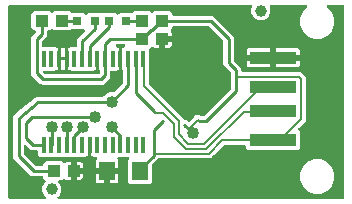
<source format=gbr>
G04 EAGLE Gerber X2 export*
%TF.Part,Single*%
%TF.FileFunction,Copper,L1,Top,Mixed*%
%TF.FilePolarity,Positive*%
%TF.GenerationSoftware,Autodesk,EAGLE,9.1.0*%
%TF.CreationDate,2018-08-24T06:17:03Z*%
G75*
%MOMM*%
%FSLAX34Y34*%
%LPD*%
%AMOC8*
5,1,8,0,0,1.08239X$1,22.5*%
G01*
%ADD10R,1.100000X1.000000*%
%ADD11R,1.400000X1.600000*%
%ADD12R,0.348000X1.397000*%
%ADD13R,0.800000X0.800000*%
%ADD14C,1.000000*%
%ADD15R,4.000000X1.120000*%
%ADD16C,1.016000*%
%ADD17C,0.254000*%
%ADD18C,0.203200*%

G36*
X34712Y4082D02*
X34712Y4082D01*
X34851Y4095D01*
X34870Y4102D01*
X34890Y4105D01*
X35019Y4156D01*
X35150Y4203D01*
X35167Y4214D01*
X35186Y4222D01*
X35298Y4303D01*
X35413Y4381D01*
X35427Y4397D01*
X35443Y4408D01*
X35532Y4516D01*
X35624Y4620D01*
X35633Y4638D01*
X35646Y4653D01*
X35705Y4779D01*
X35768Y4903D01*
X35773Y4923D01*
X35781Y4941D01*
X35807Y5078D01*
X35838Y5213D01*
X35837Y5234D01*
X35841Y5253D01*
X35832Y5392D01*
X35828Y5531D01*
X35823Y5551D01*
X35821Y5571D01*
X35779Y5703D01*
X35740Y5837D01*
X35730Y5854D01*
X35723Y5873D01*
X35649Y5991D01*
X35578Y6111D01*
X35560Y6132D01*
X35553Y6142D01*
X35538Y6156D01*
X35472Y6231D01*
X33817Y7887D01*
X32591Y10845D01*
X32591Y14047D01*
X33817Y17005D01*
X35222Y18411D01*
X35295Y18505D01*
X35374Y18594D01*
X35393Y18630D01*
X35417Y18662D01*
X35465Y18772D01*
X35519Y18878D01*
X35528Y18917D01*
X35544Y18954D01*
X35562Y19072D01*
X35588Y19188D01*
X35587Y19228D01*
X35594Y19268D01*
X35582Y19387D01*
X35579Y19506D01*
X35568Y19545D01*
X35564Y19585D01*
X35523Y19697D01*
X35490Y19811D01*
X35470Y19846D01*
X35456Y19884D01*
X35389Y19983D01*
X35329Y20085D01*
X35289Y20130D01*
X35278Y20147D01*
X35262Y20161D01*
X35222Y20206D01*
X33751Y21677D01*
X33751Y22352D01*
X33736Y22470D01*
X33729Y22589D01*
X33716Y22627D01*
X33711Y22668D01*
X33668Y22778D01*
X33631Y22891D01*
X33609Y22926D01*
X33594Y22963D01*
X33525Y23059D01*
X33461Y23160D01*
X33431Y23188D01*
X33408Y23221D01*
X33316Y23297D01*
X33229Y23378D01*
X33194Y23398D01*
X33163Y23423D01*
X33055Y23474D01*
X32951Y23532D01*
X32911Y23542D01*
X32875Y23559D01*
X32758Y23581D01*
X32643Y23611D01*
X32583Y23615D01*
X32563Y23619D01*
X32542Y23617D01*
X32482Y23621D01*
X23611Y23621D01*
X8381Y38851D01*
X8381Y71050D01*
X8377Y71082D01*
X8380Y71114D01*
X8357Y71239D01*
X8341Y71366D01*
X8330Y71395D01*
X8324Y71427D01*
X8271Y71543D01*
X8224Y71661D01*
X8213Y71676D01*
X8374Y73187D01*
X8374Y73204D01*
X8381Y73321D01*
X8381Y74852D01*
X8445Y74934D01*
X8457Y74963D01*
X8476Y74989D01*
X8520Y75109D01*
X8571Y75225D01*
X8574Y75244D01*
X9756Y76198D01*
X9767Y76211D01*
X9856Y76288D01*
X10938Y77371D01*
X11041Y77384D01*
X11070Y77395D01*
X11102Y77401D01*
X11218Y77454D01*
X11336Y77501D01*
X11362Y77519D01*
X11391Y77533D01*
X11523Y77626D01*
X26266Y89533D01*
X26278Y89546D01*
X26366Y89623D01*
X27448Y90706D01*
X27551Y90719D01*
X27580Y90730D01*
X27612Y90736D01*
X27728Y90789D01*
X27846Y90836D01*
X27861Y90847D01*
X29372Y90686D01*
X29389Y90686D01*
X29506Y90679D01*
X83737Y90679D01*
X83835Y90691D01*
X83934Y90694D01*
X83993Y90711D01*
X84053Y90719D01*
X84145Y90755D01*
X84240Y90783D01*
X84292Y90813D01*
X84348Y90836D01*
X84428Y90894D01*
X84514Y90944D01*
X84589Y91010D01*
X84606Y91022D01*
X84614Y91032D01*
X84635Y91050D01*
X86835Y93251D01*
X89823Y94489D01*
X92935Y94489D01*
X93034Y94501D01*
X93133Y94504D01*
X93191Y94521D01*
X93251Y94529D01*
X93343Y94565D01*
X93438Y94593D01*
X93490Y94623D01*
X93547Y94646D01*
X93627Y94704D01*
X93712Y94754D01*
X93787Y94820D01*
X93804Y94832D01*
X93812Y94842D01*
X93833Y94860D01*
X100760Y101787D01*
X100820Y101865D01*
X100888Y101938D01*
X100917Y101991D01*
X100954Y102038D01*
X100994Y102129D01*
X101042Y102216D01*
X101057Y102275D01*
X101081Y102330D01*
X101096Y102428D01*
X101121Y102524D01*
X101127Y102624D01*
X101131Y102644D01*
X101129Y102657D01*
X101131Y102685D01*
X101131Y112125D01*
X101116Y112243D01*
X101109Y112362D01*
X101096Y112400D01*
X101091Y112441D01*
X101048Y112551D01*
X101011Y112664D01*
X100989Y112699D01*
X100974Y112736D01*
X100905Y112832D01*
X100841Y112933D01*
X100811Y112961D01*
X100788Y112994D01*
X100696Y113070D01*
X100609Y113151D01*
X100574Y113171D01*
X100543Y113196D01*
X100435Y113247D01*
X100331Y113305D01*
X100291Y113315D01*
X100255Y113332D01*
X100219Y113339D01*
X100219Y122920D01*
X100219Y132446D01*
X101024Y132446D01*
X101038Y132442D01*
X101143Y132428D01*
X101246Y132405D01*
X101300Y132406D01*
X101353Y132399D01*
X101458Y132411D01*
X101564Y132414D01*
X101615Y132429D01*
X101669Y132435D01*
X101768Y132473D01*
X101869Y132503D01*
X101916Y132530D01*
X101966Y132549D01*
X102052Y132610D01*
X102143Y132664D01*
X102207Y132721D01*
X102225Y132733D01*
X102235Y132745D01*
X102264Y132771D01*
X102708Y133215D01*
X102793Y133324D01*
X102882Y133431D01*
X102890Y133450D01*
X102903Y133466D01*
X102958Y133594D01*
X103017Y133719D01*
X103021Y133739D01*
X103029Y133758D01*
X103051Y133896D01*
X103077Y134032D01*
X103076Y134052D01*
X103079Y134072D01*
X103066Y134211D01*
X103057Y134349D01*
X103051Y134368D01*
X103049Y134388D01*
X103002Y134520D01*
X102959Y134651D01*
X102949Y134669D01*
X102942Y134688D01*
X102864Y134803D01*
X102789Y134920D01*
X102774Y134934D01*
X102763Y134951D01*
X102659Y135043D01*
X102558Y135138D01*
X102540Y135148D01*
X102525Y135161D01*
X102401Y135224D01*
X102279Y135292D01*
X102260Y135297D01*
X102241Y135306D01*
X102106Y135336D01*
X101971Y135371D01*
X101943Y135373D01*
X101931Y135376D01*
X101911Y135375D01*
X101810Y135381D01*
X96090Y135381D01*
X95952Y135364D01*
X95813Y135351D01*
X95794Y135344D01*
X95774Y135341D01*
X95645Y135290D01*
X95514Y135243D01*
X95497Y135232D01*
X95478Y135224D01*
X95366Y135143D01*
X95251Y135065D01*
X95237Y135049D01*
X95221Y135038D01*
X95132Y134930D01*
X95040Y134826D01*
X95031Y134808D01*
X95018Y134793D01*
X94959Y134667D01*
X94896Y134543D01*
X94891Y134523D01*
X94883Y134505D01*
X94857Y134369D01*
X94826Y134233D01*
X94827Y134212D01*
X94823Y134193D01*
X94831Y134054D01*
X94836Y133915D01*
X94841Y133895D01*
X94843Y133875D01*
X94886Y133743D01*
X94924Y133609D01*
X94934Y133592D01*
X94941Y133573D01*
X95015Y133455D01*
X95086Y133335D01*
X95104Y133314D01*
X95111Y133304D01*
X95126Y133290D01*
X95192Y133215D01*
X95636Y132771D01*
X95720Y132706D01*
X95797Y132634D01*
X95845Y132609D01*
X95887Y132576D01*
X95984Y132534D01*
X96078Y132484D01*
X96130Y132471D01*
X96179Y132449D01*
X96284Y132433D01*
X96386Y132407D01*
X96440Y132408D01*
X96493Y132399D01*
X96599Y132409D01*
X96704Y132410D01*
X96788Y132427D01*
X96810Y132429D01*
X96825Y132435D01*
X96862Y132442D01*
X96876Y132446D01*
X97681Y132446D01*
X97681Y122920D01*
X97681Y113394D01*
X96876Y113394D01*
X96862Y113398D01*
X96757Y113412D01*
X96654Y113435D01*
X96600Y113434D01*
X96547Y113441D01*
X96442Y113429D01*
X96336Y113426D01*
X96285Y113411D01*
X96231Y113405D01*
X96132Y113367D01*
X96031Y113337D01*
X95984Y113310D01*
X95934Y113291D01*
X95848Y113230D01*
X95757Y113176D01*
X95693Y113119D01*
X95675Y113107D01*
X95665Y113095D01*
X95636Y113069D01*
X95453Y112886D01*
X91538Y112886D01*
X91420Y112871D01*
X91301Y112864D01*
X91263Y112851D01*
X91222Y112846D01*
X91112Y112803D01*
X90999Y112766D01*
X90964Y112744D01*
X90927Y112729D01*
X90831Y112660D01*
X90730Y112596D01*
X90702Y112566D01*
X90669Y112543D01*
X90593Y112451D01*
X90512Y112364D01*
X90492Y112329D01*
X90467Y112298D01*
X90416Y112190D01*
X90358Y112086D01*
X90348Y112046D01*
X90331Y112010D01*
X90309Y111893D01*
X90279Y111778D01*
X90275Y111718D01*
X90271Y111698D01*
X90273Y111677D01*
X90269Y111617D01*
X90269Y107021D01*
X87240Y103993D01*
X84339Y101091D01*
X31231Y101091D01*
X26523Y105800D01*
X23621Y108701D01*
X23621Y141489D01*
X26523Y144390D01*
X26857Y144725D01*
X26942Y144834D01*
X27031Y144941D01*
X27039Y144960D01*
X27052Y144976D01*
X27107Y145104D01*
X27166Y145229D01*
X27170Y145249D01*
X27178Y145268D01*
X27200Y145406D01*
X27226Y145542D01*
X27225Y145562D01*
X27228Y145582D01*
X27215Y145721D01*
X27206Y145859D01*
X27200Y145878D01*
X27198Y145898D01*
X27151Y146030D01*
X27108Y146161D01*
X27098Y146179D01*
X27091Y146198D01*
X27013Y146313D01*
X26938Y146430D01*
X26923Y146444D01*
X26912Y146461D01*
X26808Y146553D01*
X26707Y146648D01*
X26689Y146658D01*
X26674Y146671D01*
X26550Y146734D01*
X26428Y146802D01*
X26408Y146807D01*
X26390Y146816D01*
X26255Y146846D01*
X26120Y146881D01*
X26092Y146883D01*
X26080Y146886D01*
X26060Y146885D01*
X25959Y146891D01*
X25377Y146891D01*
X23591Y148677D01*
X23591Y161203D01*
X25377Y162989D01*
X38903Y162989D01*
X39743Y162149D01*
X39837Y162076D01*
X39926Y161997D01*
X39962Y161979D01*
X39994Y161954D01*
X40103Y161907D01*
X40209Y161853D01*
X40248Y161844D01*
X40286Y161828D01*
X40403Y161809D01*
X40519Y161783D01*
X40560Y161784D01*
X40600Y161778D01*
X40718Y161789D01*
X40837Y161793D01*
X40876Y161804D01*
X40916Y161808D01*
X41028Y161848D01*
X41143Y161881D01*
X41178Y161902D01*
X41216Y161915D01*
X41314Y161982D01*
X41417Y162043D01*
X41462Y162082D01*
X41479Y162094D01*
X41492Y162109D01*
X41538Y162149D01*
X42377Y162989D01*
X55903Y162989D01*
X56531Y162360D01*
X56609Y162300D01*
X56681Y162232D01*
X56734Y162203D01*
X56782Y162166D01*
X56873Y162126D01*
X56960Y162078D01*
X57019Y162063D01*
X57074Y162039D01*
X57172Y162024D01*
X57268Y161999D01*
X57368Y161993D01*
X57388Y161989D01*
X57401Y161991D01*
X57429Y161989D01*
X67613Y161989D01*
X68953Y160649D01*
X69047Y160576D01*
X69136Y160497D01*
X69172Y160479D01*
X69204Y160454D01*
X69313Y160407D01*
X69419Y160353D01*
X69458Y160344D01*
X69496Y160328D01*
X69613Y160309D01*
X69729Y160283D01*
X69770Y160284D01*
X69810Y160278D01*
X69928Y160289D01*
X70047Y160293D01*
X70086Y160304D01*
X70126Y160308D01*
X70238Y160348D01*
X70353Y160381D01*
X70388Y160402D01*
X70426Y160415D01*
X70524Y160482D01*
X70627Y160543D01*
X70672Y160582D01*
X70689Y160594D01*
X70702Y160609D01*
X70748Y160649D01*
X72087Y161989D01*
X82856Y161989D01*
X82948Y161974D01*
X83064Y161948D01*
X83105Y161949D01*
X83144Y161943D01*
X83263Y161954D01*
X83382Y161958D01*
X83421Y161969D01*
X83461Y161973D01*
X83506Y161989D01*
X94283Y161989D01*
X95622Y160649D01*
X95717Y160576D01*
X95806Y160497D01*
X95842Y160479D01*
X95874Y160454D01*
X95983Y160407D01*
X96089Y160353D01*
X96128Y160344D01*
X96166Y160328D01*
X96283Y160309D01*
X96399Y160283D01*
X96440Y160284D01*
X96480Y160278D01*
X96598Y160289D01*
X96717Y160293D01*
X96756Y160304D01*
X96796Y160308D01*
X96909Y160348D01*
X97023Y160381D01*
X97057Y160402D01*
X97096Y160415D01*
X97194Y160482D01*
X97297Y160543D01*
X97342Y160583D01*
X97359Y160594D01*
X97372Y160609D01*
X97417Y160649D01*
X98757Y161989D01*
X108941Y161989D01*
X109040Y162001D01*
X109139Y162004D01*
X109197Y162021D01*
X109257Y162029D01*
X109349Y162065D01*
X109444Y162093D01*
X109496Y162123D01*
X109553Y162146D01*
X109633Y162204D01*
X109718Y162254D01*
X109793Y162320D01*
X109810Y162332D01*
X109818Y162342D01*
X109839Y162360D01*
X110467Y162989D01*
X123993Y162989D01*
X124833Y162149D01*
X124927Y162076D01*
X125016Y161997D01*
X125052Y161979D01*
X125084Y161954D01*
X125193Y161907D01*
X125299Y161853D01*
X125338Y161844D01*
X125376Y161828D01*
X125493Y161809D01*
X125609Y161783D01*
X125650Y161784D01*
X125690Y161778D01*
X125808Y161789D01*
X125927Y161793D01*
X125966Y161804D01*
X126006Y161808D01*
X126118Y161848D01*
X126233Y161881D01*
X126268Y161902D01*
X126306Y161915D01*
X126404Y161982D01*
X126507Y162043D01*
X126552Y162082D01*
X126569Y162094D01*
X126582Y162109D01*
X126628Y162149D01*
X127467Y162989D01*
X140993Y162989D01*
X142779Y161203D01*
X142779Y160528D01*
X142794Y160410D01*
X142801Y160291D01*
X142814Y160253D01*
X142819Y160212D01*
X142862Y160102D01*
X142899Y159989D01*
X142921Y159954D01*
X142936Y159917D01*
X143005Y159821D01*
X143069Y159720D01*
X143099Y159692D01*
X143122Y159659D01*
X143214Y159583D01*
X143301Y159502D01*
X143336Y159482D01*
X143367Y159457D01*
X143475Y159406D01*
X143579Y159348D01*
X143619Y159338D01*
X143655Y159321D01*
X143772Y159299D01*
X143887Y159269D01*
X143947Y159265D01*
X143967Y159261D01*
X143988Y159263D01*
X144048Y159259D01*
X177049Y159259D01*
X194819Y141489D01*
X194819Y121695D01*
X194831Y121596D01*
X194834Y121497D01*
X194851Y121439D01*
X194859Y121379D01*
X194895Y121287D01*
X194923Y121192D01*
X194953Y121140D01*
X194976Y121083D01*
X195034Y121003D01*
X195084Y120918D01*
X195150Y120843D01*
X195162Y120826D01*
X195172Y120818D01*
X195190Y120797D01*
X198267Y117720D01*
X201169Y114819D01*
X201169Y113030D01*
X201184Y112912D01*
X201191Y112793D01*
X201204Y112755D01*
X201209Y112714D01*
X201252Y112604D01*
X201289Y112491D01*
X201311Y112456D01*
X201326Y112419D01*
X201395Y112323D01*
X201459Y112222D01*
X201489Y112194D01*
X201512Y112161D01*
X201604Y112085D01*
X201691Y112004D01*
X201726Y111984D01*
X201757Y111959D01*
X201865Y111908D01*
X201969Y111850D01*
X202009Y111840D01*
X202045Y111823D01*
X202162Y111801D01*
X202277Y111771D01*
X202337Y111767D01*
X202357Y111763D01*
X202378Y111765D01*
X202438Y111761D01*
X251620Y111761D01*
X256033Y107348D01*
X256033Y70452D01*
X249743Y64163D01*
X249670Y64069D01*
X249592Y63980D01*
X249573Y63944D01*
X249549Y63912D01*
X249501Y63802D01*
X249447Y63697D01*
X249438Y63657D01*
X249422Y63620D01*
X249403Y63502D01*
X249377Y63386D01*
X249379Y63346D01*
X249372Y63306D01*
X249383Y63187D01*
X249387Y63068D01*
X249398Y63029D01*
X249402Y62989D01*
X249442Y62877D01*
X249476Y62763D01*
X249496Y62728D01*
X249510Y62690D01*
X249577Y62591D01*
X249637Y62489D01*
X249677Y62444D01*
X249688Y62427D01*
X249704Y62413D01*
X249743Y62368D01*
X251349Y60763D01*
X251349Y47037D01*
X249563Y45251D01*
X207037Y45251D01*
X205251Y47037D01*
X205251Y48514D01*
X205236Y48632D01*
X205229Y48751D01*
X205216Y48789D01*
X205211Y48830D01*
X205168Y48940D01*
X205131Y49053D01*
X205109Y49088D01*
X205094Y49125D01*
X205025Y49221D01*
X204961Y49322D01*
X204931Y49350D01*
X204908Y49383D01*
X204816Y49459D01*
X204729Y49540D01*
X204694Y49560D01*
X204663Y49585D01*
X204555Y49636D01*
X204451Y49694D01*
X204411Y49704D01*
X204375Y49721D01*
X204258Y49743D01*
X204143Y49773D01*
X204083Y49777D01*
X204063Y49781D01*
X204042Y49779D01*
X203982Y49783D01*
X187121Y49783D01*
X187023Y49771D01*
X186924Y49768D01*
X186866Y49751D01*
X186806Y49743D01*
X186714Y49707D01*
X186619Y49679D01*
X186567Y49649D01*
X186510Y49626D01*
X186430Y49568D01*
X186345Y49518D01*
X186269Y49452D01*
X186253Y49440D01*
X186245Y49430D01*
X186224Y49412D01*
X175420Y38607D01*
X131601Y38607D01*
X131502Y38595D01*
X131403Y38592D01*
X131345Y38575D01*
X131285Y38567D01*
X131193Y38531D01*
X131098Y38503D01*
X131046Y38473D01*
X130989Y38450D01*
X130909Y38392D01*
X130824Y38342D01*
X130749Y38276D01*
X130732Y38264D01*
X130724Y38254D01*
X130703Y38236D01*
X128417Y35950D01*
X126020Y33553D01*
X125960Y33475D01*
X125892Y33403D01*
X125863Y33350D01*
X125826Y33302D01*
X125786Y33211D01*
X125738Y33124D01*
X125723Y33065D01*
X125699Y33010D01*
X125684Y32912D01*
X125659Y32816D01*
X125653Y32716D01*
X125649Y32696D01*
X125651Y32683D01*
X125649Y32655D01*
X125649Y18677D01*
X123863Y16891D01*
X107337Y16891D01*
X105551Y18677D01*
X105551Y37203D01*
X105948Y37600D01*
X106033Y37709D01*
X106122Y37816D01*
X106130Y37835D01*
X106143Y37851D01*
X106198Y37979D01*
X106257Y38104D01*
X106261Y38124D01*
X106269Y38143D01*
X106291Y38281D01*
X106317Y38417D01*
X106316Y38437D01*
X106319Y38457D01*
X106306Y38596D01*
X106297Y38734D01*
X106291Y38753D01*
X106289Y38773D01*
X106242Y38904D01*
X106199Y39036D01*
X106189Y39054D01*
X106182Y39073D01*
X106104Y39187D01*
X106029Y39305D01*
X106014Y39319D01*
X106003Y39336D01*
X105899Y39428D01*
X105798Y39523D01*
X105780Y39533D01*
X105765Y39546D01*
X105641Y39609D01*
X105519Y39677D01*
X105500Y39682D01*
X105481Y39691D01*
X105346Y39721D01*
X105211Y39756D01*
X105183Y39758D01*
X105171Y39761D01*
X105151Y39760D01*
X105050Y39766D01*
X97431Y39766D01*
X97293Y39749D01*
X97155Y39736D01*
X97136Y39729D01*
X97116Y39726D01*
X96987Y39675D01*
X96855Y39628D01*
X96839Y39617D01*
X96820Y39609D01*
X96708Y39528D01*
X96592Y39450D01*
X96579Y39434D01*
X96563Y39423D01*
X96474Y39315D01*
X96382Y39211D01*
X96373Y39193D01*
X96360Y39178D01*
X96300Y39052D01*
X96237Y38928D01*
X96233Y38908D01*
X96224Y38890D01*
X96198Y38753D01*
X96168Y38618D01*
X96168Y38597D01*
X96164Y38578D01*
X96173Y38439D01*
X96177Y38300D01*
X96183Y38280D01*
X96184Y38260D01*
X96227Y38128D01*
X96266Y37994D01*
X96276Y37977D01*
X96282Y37958D01*
X96357Y37840D01*
X96427Y37720D01*
X96446Y37699D01*
X96452Y37689D01*
X96467Y37675D01*
X96534Y37599D01*
X96633Y37500D01*
X96968Y36921D01*
X97141Y36274D01*
X97141Y30479D01*
X88870Y30479D01*
X88752Y30464D01*
X88633Y30457D01*
X88595Y30444D01*
X88555Y30439D01*
X88444Y30395D01*
X88331Y30359D01*
X88296Y30337D01*
X88259Y30322D01*
X88163Y30252D01*
X88062Y30189D01*
X88034Y30159D01*
X88002Y30135D01*
X87926Y30044D01*
X87844Y29957D01*
X87825Y29922D01*
X87799Y29890D01*
X87748Y29783D01*
X87691Y29679D01*
X87680Y29639D01*
X87663Y29603D01*
X87641Y29486D01*
X87611Y29371D01*
X87607Y29310D01*
X87603Y29290D01*
X87605Y29270D01*
X87601Y29210D01*
X87601Y27939D01*
X87599Y27939D01*
X87599Y29210D01*
X87584Y29328D01*
X87577Y29447D01*
X87564Y29485D01*
X87559Y29525D01*
X87515Y29636D01*
X87479Y29749D01*
X87457Y29784D01*
X87442Y29821D01*
X87372Y29917D01*
X87309Y30018D01*
X87279Y30046D01*
X87255Y30078D01*
X87164Y30154D01*
X87077Y30236D01*
X87042Y30255D01*
X87010Y30281D01*
X86903Y30332D01*
X86799Y30389D01*
X86759Y30400D01*
X86723Y30417D01*
X86606Y30439D01*
X86491Y30469D01*
X86430Y30473D01*
X86410Y30477D01*
X86390Y30475D01*
X86330Y30479D01*
X78059Y30479D01*
X78059Y36274D01*
X78232Y36921D01*
X78567Y37500D01*
X78666Y37599D01*
X78751Y37709D01*
X78840Y37816D01*
X78849Y37835D01*
X78861Y37851D01*
X78917Y37978D01*
X78976Y38104D01*
X78980Y38124D01*
X78988Y38143D01*
X79010Y38280D01*
X79036Y38417D01*
X79034Y38437D01*
X79038Y38457D01*
X79025Y38595D01*
X79016Y38734D01*
X79010Y38753D01*
X79008Y38773D01*
X78961Y38904D01*
X78918Y39036D01*
X78907Y39054D01*
X78900Y39073D01*
X78822Y39187D01*
X78748Y39305D01*
X78733Y39319D01*
X78722Y39336D01*
X78618Y39427D01*
X78516Y39523D01*
X78498Y39533D01*
X78483Y39546D01*
X78359Y39609D01*
X78238Y39677D01*
X78218Y39682D01*
X78200Y39691D01*
X78064Y39721D01*
X77930Y39756D01*
X77902Y39758D01*
X77890Y39761D01*
X77869Y39760D01*
X77769Y39766D01*
X76447Y39766D01*
X76264Y39949D01*
X76180Y40014D01*
X76103Y40086D01*
X76055Y40111D01*
X76013Y40144D01*
X75916Y40186D01*
X75823Y40236D01*
X75770Y40249D01*
X75721Y40271D01*
X75616Y40287D01*
X75514Y40313D01*
X75460Y40312D01*
X75407Y40321D01*
X75301Y40311D01*
X75196Y40310D01*
X75112Y40293D01*
X75090Y40291D01*
X75075Y40285D01*
X75038Y40278D01*
X75025Y40274D01*
X74219Y40274D01*
X74219Y49800D01*
X74204Y49918D01*
X74197Y50037D01*
X74185Y50075D01*
X74180Y50115D01*
X74136Y50226D01*
X74099Y50339D01*
X74077Y50373D01*
X74063Y50411D01*
X73993Y50507D01*
X73929Y50608D01*
X73899Y50636D01*
X73876Y50668D01*
X73784Y50744D01*
X73697Y50826D01*
X73662Y50845D01*
X73631Y50871D01*
X73523Y50922D01*
X73419Y50979D01*
X73380Y50989D01*
X73343Y51007D01*
X73226Y51029D01*
X73111Y51059D01*
X73051Y51063D01*
X73031Y51066D01*
X73030Y51066D01*
X73010Y51065D01*
X72950Y51069D01*
X72832Y51054D01*
X72713Y51047D01*
X72674Y51034D01*
X72634Y51029D01*
X72524Y50985D01*
X72410Y50949D01*
X72376Y50927D01*
X72339Y50912D01*
X72242Y50842D01*
X72142Y50778D01*
X72114Y50749D01*
X72081Y50725D01*
X72005Y50633D01*
X71924Y50547D01*
X71904Y50511D01*
X71878Y50480D01*
X71828Y50373D01*
X71770Y50268D01*
X71760Y50229D01*
X71743Y50193D01*
X71721Y50076D01*
X71691Y49960D01*
X71687Y49900D01*
X71683Y49880D01*
X71684Y49860D01*
X71681Y49800D01*
X71681Y40274D01*
X70875Y40274D01*
X70862Y40278D01*
X70757Y40292D01*
X70654Y40315D01*
X70600Y40314D01*
X70547Y40321D01*
X70442Y40309D01*
X70336Y40306D01*
X70285Y40291D01*
X70231Y40285D01*
X70132Y40247D01*
X70031Y40217D01*
X69984Y40190D01*
X69934Y40171D01*
X69848Y40110D01*
X69757Y40056D01*
X69692Y39999D01*
X69675Y39987D01*
X69665Y39975D01*
X69636Y39949D01*
X69453Y39766D01*
X30947Y39766D01*
X29161Y41552D01*
X29161Y44212D01*
X29146Y44330D01*
X29139Y44449D01*
X29126Y44487D01*
X29121Y44528D01*
X29078Y44638D01*
X29041Y44751D01*
X29019Y44786D01*
X29004Y44823D01*
X28935Y44919D01*
X28871Y45020D01*
X28841Y45048D01*
X28818Y45081D01*
X28726Y45157D01*
X28639Y45238D01*
X28604Y45258D01*
X28573Y45283D01*
X28465Y45334D01*
X28361Y45392D01*
X28321Y45402D01*
X28285Y45419D01*
X28168Y45441D01*
X28053Y45471D01*
X27993Y45475D01*
X27973Y45479D01*
X27952Y45477D01*
X27892Y45481D01*
X23341Y45481D01*
X19185Y49637D01*
X19076Y49722D01*
X18969Y49811D01*
X18950Y49819D01*
X18934Y49832D01*
X18806Y49887D01*
X18681Y49946D01*
X18661Y49950D01*
X18642Y49958D01*
X18504Y49980D01*
X18368Y50006D01*
X18348Y50005D01*
X18328Y50008D01*
X18189Y49995D01*
X18051Y49986D01*
X18032Y49980D01*
X18012Y49978D01*
X17880Y49931D01*
X17749Y49888D01*
X17731Y49878D01*
X17712Y49871D01*
X17597Y49793D01*
X17480Y49718D01*
X17466Y49703D01*
X17449Y49692D01*
X17357Y49588D01*
X17262Y49487D01*
X17252Y49469D01*
X17239Y49454D01*
X17175Y49330D01*
X17108Y49208D01*
X17103Y49188D01*
X17094Y49170D01*
X17064Y49035D01*
X17029Y48900D01*
X17027Y48872D01*
X17024Y48860D01*
X17025Y48840D01*
X17019Y48739D01*
X17019Y42955D01*
X17031Y42856D01*
X17034Y42757D01*
X17051Y42699D01*
X17059Y42639D01*
X17095Y42547D01*
X17123Y42452D01*
X17153Y42400D01*
X17176Y42343D01*
X17234Y42263D01*
X17284Y42178D01*
X17350Y42103D01*
X17362Y42086D01*
X17372Y42078D01*
X17390Y42057D01*
X26817Y32630D01*
X26895Y32570D01*
X26968Y32502D01*
X27021Y32473D01*
X27068Y32436D01*
X27159Y32396D01*
X27246Y32348D01*
X27305Y32333D01*
X27360Y32309D01*
X27458Y32294D01*
X27554Y32269D01*
X27654Y32263D01*
X27674Y32259D01*
X27687Y32261D01*
X27715Y32259D01*
X32482Y32259D01*
X32600Y32274D01*
X32719Y32281D01*
X32757Y32294D01*
X32798Y32299D01*
X32908Y32342D01*
X33021Y32379D01*
X33056Y32401D01*
X33093Y32416D01*
X33189Y32485D01*
X33290Y32549D01*
X33318Y32579D01*
X33351Y32602D01*
X33427Y32694D01*
X33508Y32781D01*
X33528Y32816D01*
X33553Y32847D01*
X33604Y32955D01*
X33662Y33059D01*
X33672Y33099D01*
X33689Y33135D01*
X33711Y33252D01*
X33741Y33367D01*
X33745Y33427D01*
X33749Y33447D01*
X33747Y33468D01*
X33751Y33528D01*
X33751Y34203D01*
X35537Y35989D01*
X49063Y35989D01*
X50262Y34790D01*
X50356Y34717D01*
X50445Y34638D01*
X50481Y34620D01*
X50513Y34595D01*
X50622Y34548D01*
X50728Y34493D01*
X50768Y34485D01*
X50805Y34469D01*
X50923Y34450D01*
X51039Y34424D01*
X51079Y34425D01*
X51119Y34419D01*
X51238Y34430D01*
X51356Y34433D01*
X51395Y34445D01*
X51436Y34449D01*
X51548Y34489D01*
X51662Y34522D01*
X51697Y34542D01*
X51735Y34556D01*
X51833Y34623D01*
X51936Y34683D01*
X51981Y34723D01*
X51998Y34735D01*
X52011Y34750D01*
X52057Y34790D01*
X52240Y34973D01*
X52819Y35308D01*
X53466Y35481D01*
X56801Y35481D01*
X56801Y29170D01*
X56816Y29052D01*
X56823Y28933D01*
X56835Y28895D01*
X56841Y28855D01*
X56884Y28744D01*
X56921Y28631D01*
X56943Y28597D01*
X56958Y28559D01*
X57027Y28463D01*
X57091Y28362D01*
X57121Y28334D01*
X57144Y28302D01*
X57236Y28226D01*
X57323Y28144D01*
X57358Y28125D01*
X57389Y28099D01*
X57497Y28048D01*
X57601Y27991D01*
X57641Y27981D01*
X57677Y27963D01*
X57784Y27943D01*
X57754Y27939D01*
X57644Y27895D01*
X57531Y27859D01*
X57496Y27837D01*
X57459Y27822D01*
X57362Y27752D01*
X57262Y27689D01*
X57234Y27659D01*
X57201Y27635D01*
X57125Y27544D01*
X57044Y27457D01*
X57024Y27422D01*
X56999Y27390D01*
X56948Y27283D01*
X56890Y27178D01*
X56880Y27139D01*
X56863Y27103D01*
X56841Y26986D01*
X56811Y26870D01*
X56807Y26810D01*
X56803Y26790D01*
X56805Y26770D01*
X56801Y26710D01*
X56801Y20399D01*
X53466Y20399D01*
X52819Y20572D01*
X52240Y20907D01*
X52057Y21090D01*
X51963Y21163D01*
X51873Y21242D01*
X51837Y21260D01*
X51805Y21285D01*
X51696Y21332D01*
X51590Y21387D01*
X51551Y21395D01*
X51514Y21411D01*
X51396Y21430D01*
X51280Y21456D01*
X51239Y21455D01*
X51199Y21461D01*
X51081Y21450D01*
X50962Y21447D01*
X50923Y21435D01*
X50883Y21431D01*
X50771Y21391D01*
X50656Y21358D01*
X50622Y21338D01*
X50584Y21324D01*
X50485Y21257D01*
X50383Y21197D01*
X50337Y21157D01*
X50320Y21145D01*
X50307Y21130D01*
X50262Y21090D01*
X49063Y19891D01*
X47642Y19891D01*
X47504Y19874D01*
X47365Y19861D01*
X47346Y19854D01*
X47326Y19851D01*
X47197Y19800D01*
X47066Y19753D01*
X47049Y19742D01*
X47030Y19734D01*
X46918Y19653D01*
X46803Y19575D01*
X46789Y19559D01*
X46773Y19548D01*
X46684Y19440D01*
X46592Y19336D01*
X46583Y19318D01*
X46570Y19303D01*
X46511Y19177D01*
X46448Y19053D01*
X46443Y19033D01*
X46435Y19015D01*
X46409Y18878D01*
X46378Y18743D01*
X46379Y18722D01*
X46375Y18703D01*
X46384Y18564D01*
X46388Y18425D01*
X46393Y18405D01*
X46395Y18385D01*
X46437Y18253D01*
X46476Y18119D01*
X46486Y18102D01*
X46493Y18083D01*
X46567Y17965D01*
X46638Y17845D01*
X46656Y17824D01*
X46663Y17814D01*
X46678Y17800D01*
X46744Y17725D01*
X47463Y17005D01*
X48689Y14047D01*
X48689Y10845D01*
X47463Y7887D01*
X45808Y6231D01*
X45723Y6122D01*
X45634Y6015D01*
X45626Y5996D01*
X45613Y5980D01*
X45558Y5852D01*
X45499Y5727D01*
X45495Y5707D01*
X45487Y5688D01*
X45465Y5550D01*
X45439Y5414D01*
X45440Y5394D01*
X45437Y5374D01*
X45450Y5235D01*
X45459Y5097D01*
X45465Y5078D01*
X45467Y5058D01*
X45514Y4926D01*
X45557Y4795D01*
X45568Y4777D01*
X45574Y4758D01*
X45652Y4643D01*
X45727Y4526D01*
X45742Y4512D01*
X45753Y4495D01*
X45857Y4403D01*
X45958Y4308D01*
X45976Y4298D01*
X45991Y4285D01*
X46116Y4221D01*
X46237Y4154D01*
X46257Y4149D01*
X46275Y4140D01*
X46410Y4110D01*
X46545Y4075D01*
X46573Y4073D01*
X46585Y4070D01*
X46605Y4071D01*
X46706Y4065D01*
X286766Y4065D01*
X286884Y4080D01*
X287003Y4087D01*
X287041Y4100D01*
X287082Y4105D01*
X287192Y4148D01*
X287305Y4185D01*
X287340Y4207D01*
X287377Y4222D01*
X287473Y4291D01*
X287574Y4355D01*
X287602Y4385D01*
X287635Y4408D01*
X287711Y4500D01*
X287792Y4587D01*
X287812Y4622D01*
X287837Y4653D01*
X287888Y4761D01*
X287946Y4865D01*
X287956Y4905D01*
X287973Y4941D01*
X287995Y5058D01*
X288025Y5173D01*
X288029Y5233D01*
X288033Y5253D01*
X288031Y5274D01*
X288035Y5334D01*
X288035Y167386D01*
X288020Y167504D01*
X288013Y167623D01*
X288000Y167661D01*
X287995Y167702D01*
X287952Y167812D01*
X287915Y167925D01*
X287893Y167960D01*
X287878Y167997D01*
X287809Y168093D01*
X287745Y168194D01*
X287715Y168222D01*
X287692Y168255D01*
X287600Y168331D01*
X287513Y168412D01*
X287478Y168432D01*
X287447Y168457D01*
X287339Y168508D01*
X287235Y168566D01*
X287195Y168576D01*
X287159Y168593D01*
X287042Y168615D01*
X286927Y168645D01*
X286867Y168649D01*
X286847Y168653D01*
X286826Y168651D01*
X286766Y168655D01*
X275084Y168655D01*
X274946Y168638D01*
X274808Y168625D01*
X274788Y168618D01*
X274768Y168615D01*
X274639Y168564D01*
X274508Y168517D01*
X274492Y168506D01*
X274473Y168498D01*
X274360Y168417D01*
X274245Y168339D01*
X274232Y168323D01*
X274215Y168312D01*
X274127Y168204D01*
X274035Y168100D01*
X274026Y168082D01*
X274013Y168067D01*
X273953Y167941D01*
X273890Y167817D01*
X273886Y167797D01*
X273877Y167779D01*
X273851Y167643D01*
X273820Y167507D01*
X273821Y167486D01*
X273817Y167467D01*
X273826Y167328D01*
X273830Y167189D01*
X273836Y167169D01*
X273837Y167149D01*
X273880Y167017D01*
X273919Y166883D01*
X273929Y166866D01*
X273935Y166847D01*
X274010Y166729D01*
X274080Y166609D01*
X274099Y166588D01*
X274105Y166578D01*
X274120Y166564D01*
X274186Y166489D01*
X277834Y162841D01*
X280049Y157494D01*
X280049Y151706D01*
X277834Y146359D01*
X273741Y142266D01*
X268394Y140051D01*
X262606Y140051D01*
X257259Y142266D01*
X253166Y146359D01*
X250951Y151706D01*
X250951Y157494D01*
X253166Y162841D01*
X256814Y166489D01*
X256899Y166598D01*
X256987Y166705D01*
X256996Y166724D01*
X257008Y166740D01*
X257064Y166868D01*
X257123Y166993D01*
X257127Y167013D01*
X257135Y167032D01*
X257157Y167170D01*
X257183Y167306D01*
X257181Y167326D01*
X257185Y167346D01*
X257172Y167485D01*
X257163Y167623D01*
X257157Y167642D01*
X257155Y167662D01*
X257108Y167794D01*
X257065Y167925D01*
X257054Y167943D01*
X257047Y167962D01*
X256969Y168077D01*
X256895Y168194D01*
X256880Y168208D01*
X256869Y168225D01*
X256764Y168317D01*
X256663Y168412D01*
X256645Y168422D01*
X256630Y168435D01*
X256506Y168499D01*
X256385Y168566D01*
X256365Y168571D01*
X256347Y168580D01*
X256211Y168610D01*
X256077Y168645D01*
X256049Y168647D01*
X256037Y168650D01*
X256016Y168649D01*
X255916Y168655D01*
X226440Y168655D01*
X226390Y168649D01*
X226341Y168651D01*
X226233Y168629D01*
X226124Y168615D01*
X226078Y168597D01*
X226029Y168587D01*
X225930Y168539D01*
X225828Y168498D01*
X225788Y168469D01*
X225743Y168447D01*
X225660Y168376D01*
X225571Y168312D01*
X225539Y168273D01*
X225501Y168241D01*
X225438Y168151D01*
X225368Y168067D01*
X225347Y168022D01*
X225318Y167981D01*
X225279Y167878D01*
X225233Y167779D01*
X225223Y167730D01*
X225206Y167684D01*
X225193Y167574D01*
X225173Y167467D01*
X225176Y167417D01*
X225170Y167368D01*
X225186Y167259D01*
X225193Y167149D01*
X225208Y167102D01*
X225215Y167053D01*
X225267Y166900D01*
X225981Y165177D01*
X225981Y161975D01*
X224755Y159017D01*
X222491Y156753D01*
X219533Y155527D01*
X216331Y155527D01*
X213373Y156753D01*
X211109Y159017D01*
X209883Y161975D01*
X209883Y165177D01*
X210597Y166900D01*
X210610Y166948D01*
X210631Y166993D01*
X210652Y167101D01*
X210681Y167207D01*
X210682Y167257D01*
X210691Y167306D01*
X210684Y167415D01*
X210686Y167525D01*
X210674Y167573D01*
X210671Y167623D01*
X210638Y167727D01*
X210612Y167834D01*
X210589Y167878D01*
X210573Y167925D01*
X210515Y168018D01*
X210463Y168115D01*
X210430Y168152D01*
X210403Y168194D01*
X210323Y168269D01*
X210249Y168351D01*
X210208Y168378D01*
X210172Y168412D01*
X210075Y168465D01*
X209984Y168525D01*
X209937Y168542D01*
X209893Y168566D01*
X209787Y168593D01*
X209683Y168629D01*
X209633Y168633D01*
X209585Y168645D01*
X209424Y168655D01*
X5334Y168655D01*
X5216Y168640D01*
X5097Y168633D01*
X5059Y168620D01*
X5018Y168615D01*
X4908Y168572D01*
X4795Y168535D01*
X4760Y168513D01*
X4723Y168498D01*
X4627Y168429D01*
X4526Y168365D01*
X4498Y168335D01*
X4465Y168312D01*
X4389Y168220D01*
X4308Y168133D01*
X4288Y168098D01*
X4263Y168067D01*
X4212Y167959D01*
X4154Y167855D01*
X4144Y167815D01*
X4127Y167779D01*
X4105Y167662D01*
X4075Y167547D01*
X4071Y167487D01*
X4067Y167467D01*
X4069Y167446D01*
X4065Y167386D01*
X4065Y5334D01*
X4080Y5216D01*
X4087Y5097D01*
X4100Y5059D01*
X4105Y5018D01*
X4148Y4908D01*
X4185Y4795D01*
X4207Y4760D01*
X4222Y4723D01*
X4291Y4627D01*
X4355Y4526D01*
X4385Y4498D01*
X4408Y4465D01*
X4500Y4389D01*
X4587Y4308D01*
X4622Y4288D01*
X4653Y4263D01*
X4761Y4212D01*
X4865Y4154D01*
X4905Y4144D01*
X4941Y4127D01*
X5058Y4105D01*
X5173Y4075D01*
X5233Y4071D01*
X5253Y4067D01*
X5274Y4069D01*
X5334Y4065D01*
X34574Y4065D01*
X34712Y4082D01*
G37*
G36*
X156849Y69585D02*
X156849Y69585D01*
X156968Y69588D01*
X157007Y69599D01*
X157047Y69603D01*
X157159Y69643D01*
X157273Y69677D01*
X157308Y69697D01*
X157346Y69711D01*
X157445Y69778D01*
X157547Y69838D01*
X157593Y69878D01*
X157609Y69889D01*
X157623Y69905D01*
X157668Y69944D01*
X161446Y73722D01*
X161452Y73731D01*
X161461Y73738D01*
X161565Y73860D01*
X162352Y74914D01*
X162415Y74932D01*
X162562Y74973D01*
X162568Y74977D01*
X162576Y74979D01*
X162706Y75056D01*
X162838Y75131D01*
X162843Y75137D01*
X162850Y75140D01*
X162900Y75185D01*
X164207Y75185D01*
X164218Y75186D01*
X164229Y75185D01*
X164389Y75198D01*
X165691Y75387D01*
X165749Y75355D01*
X165881Y75280D01*
X165888Y75278D01*
X165895Y75274D01*
X166041Y75237D01*
X166188Y75197D01*
X166195Y75197D01*
X166203Y75195D01*
X166270Y75191D01*
X166410Y75050D01*
X166488Y74990D01*
X166560Y74922D01*
X166613Y74893D01*
X166661Y74856D01*
X166752Y74816D01*
X166839Y74768D01*
X166897Y74753D01*
X166953Y74729D01*
X167051Y74714D01*
X167147Y74689D01*
X167247Y74683D01*
X167267Y74679D01*
X167279Y74681D01*
X167307Y74679D01*
X167399Y74679D01*
X167537Y74540D01*
X167615Y74480D01*
X167688Y74412D01*
X167741Y74383D01*
X167788Y74346D01*
X167879Y74306D01*
X167966Y74258D01*
X168025Y74243D01*
X168080Y74219D01*
X168178Y74204D01*
X168274Y74179D01*
X168374Y74173D01*
X168394Y74169D01*
X168407Y74171D01*
X168435Y74169D01*
X169135Y74169D01*
X169234Y74181D01*
X169333Y74184D01*
X169391Y74201D01*
X169451Y74209D01*
X169543Y74245D01*
X169638Y74273D01*
X169690Y74303D01*
X169747Y74326D01*
X169827Y74384D01*
X169912Y74434D01*
X169987Y74500D01*
X170004Y74512D01*
X170012Y74522D01*
X170033Y74540D01*
X192160Y96667D01*
X192220Y96745D01*
X192288Y96818D01*
X192317Y96871D01*
X192354Y96918D01*
X192394Y97009D01*
X192442Y97096D01*
X192457Y97155D01*
X192481Y97210D01*
X192496Y97308D01*
X192521Y97404D01*
X192527Y97504D01*
X192531Y97524D01*
X192529Y97537D01*
X192531Y97565D01*
X192531Y110715D01*
X192519Y110814D01*
X192516Y110913D01*
X192499Y110971D01*
X192491Y111031D01*
X192455Y111123D01*
X192427Y111218D01*
X192397Y111270D01*
X192374Y111327D01*
X192316Y111407D01*
X192266Y111492D01*
X192200Y111567D01*
X192188Y111584D01*
X192178Y111592D01*
X192160Y111613D01*
X189083Y114690D01*
X186181Y117591D01*
X186181Y137385D01*
X186169Y137484D01*
X186166Y137583D01*
X186149Y137641D01*
X186141Y137701D01*
X186105Y137793D01*
X186077Y137888D01*
X186047Y137940D01*
X186024Y137997D01*
X185966Y138077D01*
X185916Y138162D01*
X185850Y138237D01*
X185838Y138254D01*
X185828Y138262D01*
X185810Y138283D01*
X173843Y150250D01*
X173765Y150310D01*
X173692Y150378D01*
X173639Y150407D01*
X173592Y150444D01*
X173501Y150484D01*
X173414Y150532D01*
X173355Y150547D01*
X173300Y150571D01*
X173202Y150586D01*
X173106Y150611D01*
X173006Y150617D01*
X172986Y150621D01*
X172973Y150619D01*
X172945Y150621D01*
X144048Y150621D01*
X143930Y150606D01*
X143811Y150599D01*
X143773Y150586D01*
X143732Y150581D01*
X143622Y150538D01*
X143509Y150501D01*
X143474Y150479D01*
X143437Y150464D01*
X143341Y150395D01*
X143240Y150331D01*
X143212Y150301D01*
X143179Y150278D01*
X143103Y150186D01*
X143022Y150099D01*
X143002Y150064D01*
X142977Y150033D01*
X142926Y149925D01*
X142868Y149821D01*
X142858Y149781D01*
X142841Y149745D01*
X142819Y149628D01*
X142789Y149513D01*
X142785Y149453D01*
X142781Y149433D01*
X142783Y149412D01*
X142779Y149352D01*
X142779Y148677D01*
X141939Y147837D01*
X141870Y147749D01*
X141795Y147665D01*
X141773Y147623D01*
X141744Y147586D01*
X141699Y147483D01*
X141647Y147383D01*
X141636Y147337D01*
X141617Y147294D01*
X141600Y147183D01*
X141574Y147074D01*
X141575Y147027D01*
X141568Y146980D01*
X141578Y146868D01*
X141580Y146756D01*
X141593Y146710D01*
X141597Y146663D01*
X141636Y146557D01*
X141666Y146449D01*
X141698Y146385D01*
X141705Y146364D01*
X141715Y146349D01*
X141737Y146305D01*
X142098Y145681D01*
X142271Y145034D01*
X142271Y142199D01*
X135460Y142199D01*
X135342Y142184D01*
X135223Y142177D01*
X135185Y142164D01*
X135145Y142159D01*
X135034Y142116D01*
X134921Y142079D01*
X134887Y142057D01*
X134849Y142042D01*
X134753Y141973D01*
X134652Y141909D01*
X134624Y141879D01*
X134592Y141856D01*
X134516Y141764D01*
X134434Y141677D01*
X134415Y141642D01*
X134389Y141611D01*
X134338Y141503D01*
X134281Y141399D01*
X134271Y141359D01*
X134253Y141323D01*
X134231Y141206D01*
X134201Y141091D01*
X134197Y141031D01*
X134194Y141011D01*
X134195Y140990D01*
X134191Y140930D01*
X134191Y139739D01*
X133000Y139739D01*
X132882Y139724D01*
X132763Y139717D01*
X132725Y139704D01*
X132684Y139699D01*
X132574Y139655D01*
X132461Y139619D01*
X132426Y139597D01*
X132389Y139582D01*
X132292Y139512D01*
X132192Y139449D01*
X132164Y139419D01*
X132131Y139395D01*
X132055Y139304D01*
X131974Y139217D01*
X131954Y139182D01*
X131929Y139150D01*
X131878Y139043D01*
X131820Y138938D01*
X131810Y138899D01*
X131793Y138863D01*
X131771Y138746D01*
X131741Y138630D01*
X131737Y138570D01*
X131733Y138550D01*
X131735Y138530D01*
X131731Y138470D01*
X131731Y132159D01*
X128396Y132159D01*
X127749Y132332D01*
X127170Y132667D01*
X126987Y132850D01*
X126893Y132923D01*
X126803Y133002D01*
X126767Y133020D01*
X126735Y133045D01*
X126626Y133092D01*
X126520Y133147D01*
X126481Y133155D01*
X126444Y133171D01*
X126326Y133190D01*
X126210Y133216D01*
X126169Y133215D01*
X126129Y133221D01*
X126011Y133210D01*
X125892Y133207D01*
X125853Y133195D01*
X125813Y133191D01*
X125701Y133151D01*
X125586Y133118D01*
X125552Y133098D01*
X125514Y133084D01*
X125415Y133017D01*
X125313Y132957D01*
X125267Y132917D01*
X125250Y132905D01*
X125237Y132890D01*
X125192Y132850D01*
X123707Y131365D01*
X123700Y131361D01*
X123672Y131331D01*
X123639Y131308D01*
X123563Y131216D01*
X123482Y131129D01*
X123462Y131094D01*
X123437Y131063D01*
X123386Y130955D01*
X123328Y130851D01*
X123318Y130811D01*
X123301Y130775D01*
X123279Y130658D01*
X123249Y130543D01*
X123245Y130483D01*
X123241Y130463D01*
X123243Y130442D01*
X123239Y130382D01*
X123239Y122284D01*
X123240Y122270D01*
X123239Y122257D01*
X123260Y122112D01*
X123279Y121968D01*
X123284Y121956D01*
X123286Y121942D01*
X123288Y121934D01*
X123250Y121791D01*
X123250Y121786D01*
X123249Y121781D01*
X123239Y121620D01*
X123239Y114654D01*
X123180Y114592D01*
X123151Y114539D01*
X123114Y114491D01*
X123074Y114400D01*
X123026Y114313D01*
X123011Y114254D01*
X122987Y114199D01*
X122972Y114101D01*
X122947Y114005D01*
X122941Y113905D01*
X122937Y113885D01*
X122939Y113873D01*
X122937Y113844D01*
X122937Y101777D01*
X122949Y101679D01*
X122952Y101580D01*
X122969Y101522D01*
X122977Y101462D01*
X123013Y101370D01*
X123041Y101275D01*
X123071Y101223D01*
X123094Y101166D01*
X123152Y101086D01*
X123202Y101001D01*
X123268Y100925D01*
X123280Y100909D01*
X123290Y100901D01*
X123308Y100880D01*
X152588Y71600D01*
X152666Y71540D01*
X152738Y71472D01*
X152791Y71443D01*
X152839Y71406D01*
X152930Y71366D01*
X153017Y71318D01*
X153075Y71303D01*
X153131Y71279D01*
X153229Y71264D01*
X153325Y71239D01*
X153425Y71233D01*
X153445Y71229D01*
X153457Y71231D01*
X153485Y71229D01*
X154589Y71229D01*
X155873Y69944D01*
X155967Y69871D01*
X156056Y69793D01*
X156092Y69774D01*
X156124Y69750D01*
X156234Y69702D01*
X156340Y69648D01*
X156379Y69639D01*
X156416Y69623D01*
X156534Y69605D01*
X156650Y69578D01*
X156690Y69580D01*
X156730Y69573D01*
X156849Y69585D01*
G37*
G36*
X80334Y109741D02*
X80334Y109741D01*
X80433Y109744D01*
X80491Y109761D01*
X80551Y109769D01*
X80643Y109805D01*
X80738Y109833D01*
X80790Y109863D01*
X80847Y109886D01*
X80927Y109944D01*
X81012Y109994D01*
X81087Y110060D01*
X81104Y110072D01*
X81112Y110082D01*
X81133Y110101D01*
X81260Y110227D01*
X81320Y110305D01*
X81388Y110378D01*
X81417Y110431D01*
X81455Y110479D01*
X81494Y110569D01*
X81542Y110656D01*
X81557Y110715D01*
X81581Y110770D01*
X81596Y110868D01*
X81621Y110964D01*
X81627Y111064D01*
X81631Y111085D01*
X81629Y111097D01*
X81631Y111125D01*
X81631Y112125D01*
X81616Y112243D01*
X81609Y112362D01*
X81596Y112400D01*
X81591Y112441D01*
X81548Y112551D01*
X81511Y112664D01*
X81489Y112699D01*
X81474Y112736D01*
X81405Y112832D01*
X81341Y112933D01*
X81311Y112961D01*
X81288Y112994D01*
X81196Y113070D01*
X81109Y113151D01*
X81074Y113171D01*
X81043Y113196D01*
X80935Y113247D01*
X80831Y113305D01*
X80791Y113315D01*
X80755Y113332D01*
X80719Y113339D01*
X80719Y122920D01*
X80704Y123038D01*
X80697Y123157D01*
X80685Y123195D01*
X80680Y123235D01*
X80636Y123346D01*
X80599Y123459D01*
X80577Y123493D01*
X80563Y123531D01*
X80493Y123627D01*
X80429Y123728D01*
X80399Y123756D01*
X80376Y123788D01*
X80284Y123864D01*
X80197Y123946D01*
X80162Y123965D01*
X80131Y123991D01*
X80023Y124042D01*
X79919Y124099D01*
X79880Y124109D01*
X79843Y124127D01*
X79726Y124149D01*
X79611Y124179D01*
X79551Y124183D01*
X79531Y124186D01*
X79530Y124186D01*
X79510Y124185D01*
X79450Y124189D01*
X79332Y124174D01*
X79213Y124167D01*
X79174Y124154D01*
X79134Y124149D01*
X79024Y124105D01*
X78910Y124069D01*
X78876Y124047D01*
X78839Y124032D01*
X78742Y123962D01*
X78642Y123898D01*
X78614Y123869D01*
X78581Y123845D01*
X78505Y123753D01*
X78424Y123667D01*
X78404Y123631D01*
X78378Y123600D01*
X78328Y123493D01*
X78270Y123388D01*
X78260Y123349D01*
X78243Y123313D01*
X78221Y123196D01*
X78191Y123080D01*
X78187Y123020D01*
X78183Y123000D01*
X78184Y122980D01*
X78181Y122920D01*
X78181Y113394D01*
X77376Y113394D01*
X77362Y113398D01*
X77257Y113412D01*
X77154Y113435D01*
X77100Y113434D01*
X77047Y113441D01*
X76942Y113429D01*
X76836Y113426D01*
X76785Y113411D01*
X76731Y113405D01*
X76632Y113367D01*
X76531Y113337D01*
X76484Y113310D01*
X76434Y113291D01*
X76348Y113230D01*
X76257Y113176D01*
X76193Y113119D01*
X76175Y113107D01*
X76165Y113095D01*
X76136Y113069D01*
X75953Y112886D01*
X56947Y112886D01*
X56764Y113069D01*
X56680Y113134D01*
X56603Y113206D01*
X56555Y113231D01*
X56513Y113264D01*
X56416Y113306D01*
X56323Y113356D01*
X56270Y113369D01*
X56221Y113391D01*
X56116Y113407D01*
X56014Y113433D01*
X55960Y113432D01*
X55907Y113441D01*
X55801Y113431D01*
X55696Y113430D01*
X55612Y113413D01*
X55590Y113411D01*
X55575Y113405D01*
X55538Y113398D01*
X55525Y113394D01*
X54719Y113394D01*
X54719Y122920D01*
X54719Y132446D01*
X55525Y132446D01*
X55538Y132442D01*
X55643Y132428D01*
X55746Y132405D01*
X55800Y132406D01*
X55853Y132399D01*
X55958Y132411D01*
X56064Y132414D01*
X56115Y132429D01*
X56169Y132435D01*
X56268Y132473D01*
X56369Y132503D01*
X56416Y132530D01*
X56466Y132549D01*
X56552Y132610D01*
X56643Y132664D01*
X56708Y132721D01*
X56725Y132733D01*
X56735Y132745D01*
X56764Y132771D01*
X56947Y132954D01*
X60862Y132954D01*
X60980Y132969D01*
X61099Y132976D01*
X61137Y132989D01*
X61178Y132994D01*
X61288Y133037D01*
X61401Y133074D01*
X61436Y133096D01*
X61473Y133111D01*
X61569Y133180D01*
X61670Y133244D01*
X61698Y133274D01*
X61731Y133297D01*
X61807Y133389D01*
X61888Y133476D01*
X61908Y133511D01*
X61933Y133542D01*
X61984Y133650D01*
X62042Y133754D01*
X62052Y133794D01*
X62069Y133830D01*
X62091Y133947D01*
X62121Y134062D01*
X62125Y134122D01*
X62129Y134142D01*
X62127Y134163D01*
X62131Y134223D01*
X62131Y139359D01*
X65033Y142260D01*
X68497Y145725D01*
X68582Y145834D01*
X68671Y145941D01*
X68679Y145960D01*
X68692Y145976D01*
X68747Y146104D01*
X68806Y146229D01*
X68810Y146249D01*
X68818Y146268D01*
X68840Y146406D01*
X68866Y146542D01*
X68865Y146562D01*
X68868Y146582D01*
X68855Y146721D01*
X68846Y146859D01*
X68840Y146878D01*
X68838Y146898D01*
X68791Y147030D01*
X68748Y147161D01*
X68738Y147179D01*
X68731Y147198D01*
X68653Y147313D01*
X68578Y147430D01*
X68563Y147444D01*
X68552Y147461D01*
X68448Y147553D01*
X68347Y147648D01*
X68329Y147658D01*
X68314Y147671D01*
X68190Y147735D01*
X68068Y147802D01*
X68048Y147807D01*
X68030Y147816D01*
X67895Y147846D01*
X67760Y147881D01*
X67732Y147883D01*
X67720Y147886D01*
X67700Y147885D01*
X67599Y147891D01*
X57429Y147891D01*
X57330Y147879D01*
X57231Y147876D01*
X57173Y147859D01*
X57113Y147851D01*
X57021Y147815D01*
X56926Y147787D01*
X56874Y147757D01*
X56817Y147734D01*
X56737Y147676D01*
X56652Y147626D01*
X56577Y147560D01*
X56560Y147548D01*
X56552Y147538D01*
X56531Y147520D01*
X55903Y146891D01*
X42377Y146891D01*
X41538Y147731D01*
X41444Y147804D01*
X41354Y147883D01*
X41318Y147901D01*
X41286Y147926D01*
X41177Y147973D01*
X41071Y148027D01*
X41032Y148036D01*
X40994Y148052D01*
X40877Y148071D01*
X40761Y148097D01*
X40720Y148096D01*
X40680Y148102D01*
X40562Y148091D01*
X40443Y148087D01*
X40404Y148076D01*
X40364Y148072D01*
X40251Y148032D01*
X40137Y147999D01*
X40103Y147978D01*
X40064Y147965D01*
X39966Y147898D01*
X39863Y147837D01*
X39818Y147797D01*
X39801Y147786D01*
X39788Y147771D01*
X39743Y147731D01*
X38903Y146891D01*
X37728Y146891D01*
X37610Y146876D01*
X37491Y146869D01*
X37453Y146856D01*
X37412Y146851D01*
X37302Y146808D01*
X37189Y146771D01*
X37154Y146749D01*
X37117Y146734D01*
X37021Y146665D01*
X36920Y146601D01*
X36892Y146571D01*
X36859Y146548D01*
X36783Y146456D01*
X36702Y146369D01*
X36682Y146334D01*
X36657Y146303D01*
X36606Y146195D01*
X36548Y146091D01*
X36538Y146051D01*
X36521Y146015D01*
X36499Y145898D01*
X36469Y145783D01*
X36465Y145723D01*
X36461Y145703D01*
X36463Y145682D01*
X36459Y145622D01*
X36459Y142111D01*
X33557Y139210D01*
X33557Y139209D01*
X32631Y138283D01*
X32570Y138205D01*
X32502Y138133D01*
X32473Y138079D01*
X32436Y138032D01*
X32396Y137941D01*
X32348Y137854D01*
X32333Y137795D01*
X32309Y137740D01*
X32294Y137642D01*
X32269Y137546D01*
X32263Y137446D01*
X32259Y137426D01*
X32261Y137413D01*
X32259Y137385D01*
X32259Y134223D01*
X32274Y134105D01*
X32281Y133986D01*
X32294Y133948D01*
X32299Y133907D01*
X32342Y133797D01*
X32379Y133684D01*
X32401Y133649D01*
X32416Y133612D01*
X32485Y133516D01*
X32549Y133415D01*
X32579Y133387D01*
X32602Y133354D01*
X32694Y133278D01*
X32781Y133197D01*
X32816Y133177D01*
X32847Y133152D01*
X32955Y133101D01*
X33059Y133043D01*
X33099Y133033D01*
X33135Y133016D01*
X33252Y132994D01*
X33367Y132964D01*
X33427Y132960D01*
X33447Y132956D01*
X33468Y132958D01*
X33528Y132954D01*
X43453Y132954D01*
X43636Y132771D01*
X43720Y132706D01*
X43797Y132634D01*
X43845Y132609D01*
X43887Y132576D01*
X43984Y132534D01*
X44077Y132484D01*
X44130Y132471D01*
X44179Y132449D01*
X44284Y132433D01*
X44386Y132407D01*
X44440Y132408D01*
X44493Y132399D01*
X44599Y132409D01*
X44704Y132410D01*
X44788Y132427D01*
X44810Y132429D01*
X44825Y132435D01*
X44862Y132442D01*
X44875Y132446D01*
X45681Y132446D01*
X45681Y122920D01*
X45681Y113394D01*
X44875Y113394D01*
X44862Y113398D01*
X44757Y113412D01*
X44654Y113435D01*
X44600Y113434D01*
X44547Y113441D01*
X44442Y113429D01*
X44336Y113426D01*
X44285Y113411D01*
X44231Y113405D01*
X44132Y113367D01*
X44031Y113337D01*
X43984Y113310D01*
X43934Y113291D01*
X43848Y113230D01*
X43757Y113176D01*
X43692Y113119D01*
X43675Y113107D01*
X43665Y113095D01*
X43636Y113069D01*
X43453Y112886D01*
X34716Y112886D01*
X34578Y112869D01*
X34439Y112856D01*
X34420Y112849D01*
X34400Y112846D01*
X34270Y112795D01*
X34140Y112748D01*
X34123Y112737D01*
X34104Y112729D01*
X33992Y112648D01*
X33877Y112570D01*
X33863Y112554D01*
X33847Y112543D01*
X33758Y112435D01*
X33666Y112331D01*
X33657Y112313D01*
X33644Y112298D01*
X33585Y112172D01*
X33522Y112048D01*
X33517Y112028D01*
X33509Y112010D01*
X33483Y111874D01*
X33452Y111738D01*
X33453Y111717D01*
X33449Y111698D01*
X33458Y111559D01*
X33462Y111420D01*
X33467Y111400D01*
X33469Y111380D01*
X33511Y111248D01*
X33550Y111114D01*
X33560Y111097D01*
X33567Y111078D01*
X33641Y110960D01*
X33712Y110840D01*
X33730Y110819D01*
X33737Y110809D01*
X33752Y110795D01*
X33818Y110719D01*
X34437Y110100D01*
X34515Y110040D01*
X34588Y109972D01*
X34641Y109943D01*
X34688Y109906D01*
X34779Y109866D01*
X34866Y109818D01*
X34925Y109803D01*
X34980Y109779D01*
X35078Y109764D01*
X35174Y109739D01*
X35274Y109733D01*
X35294Y109729D01*
X35307Y109731D01*
X35335Y109729D01*
X80235Y109729D01*
X80334Y109741D01*
G37*
%LPC*%
G36*
X262606Y8651D02*
X262606Y8651D01*
X257259Y10866D01*
X253166Y14959D01*
X250951Y20306D01*
X250951Y26094D01*
X253166Y31441D01*
X257259Y35534D01*
X262606Y37749D01*
X268394Y37749D01*
X273741Y35534D01*
X277834Y31441D01*
X280049Y26094D01*
X280049Y20306D01*
X277834Y14959D01*
X273741Y10866D01*
X268394Y8651D01*
X262606Y8651D01*
G37*
%LPD*%
%LPC*%
G36*
X230839Y126439D02*
X230839Y126439D01*
X230839Y132041D01*
X248634Y132041D01*
X249281Y131868D01*
X249860Y131533D01*
X250333Y131060D01*
X250668Y130481D01*
X250841Y129834D01*
X250841Y126439D01*
X230839Y126439D01*
G37*
%LPD*%
%LPC*%
G36*
X205759Y126439D02*
X205759Y126439D01*
X205759Y129834D01*
X205932Y130481D01*
X206267Y131060D01*
X206740Y131533D01*
X207319Y131868D01*
X207966Y132041D01*
X225761Y132041D01*
X225761Y126439D01*
X205759Y126439D01*
G37*
%LPD*%
%LPC*%
G36*
X207966Y115759D02*
X207966Y115759D01*
X207319Y115932D01*
X206740Y116267D01*
X206267Y116740D01*
X205932Y117319D01*
X205759Y117966D01*
X205759Y121361D01*
X225761Y121361D01*
X225761Y115759D01*
X207966Y115759D01*
G37*
%LPD*%
%LPC*%
G36*
X230839Y115759D02*
X230839Y115759D01*
X230839Y121361D01*
X250841Y121361D01*
X250841Y117966D01*
X250668Y117319D01*
X250333Y116740D01*
X249860Y116267D01*
X249281Y115932D01*
X248634Y115759D01*
X230839Y115759D01*
G37*
%LPD*%
%LPC*%
G36*
X90139Y17399D02*
X90139Y17399D01*
X90139Y25401D01*
X97141Y25401D01*
X97141Y19606D01*
X96968Y18959D01*
X96633Y18380D01*
X96160Y17907D01*
X95581Y17572D01*
X94934Y17399D01*
X90139Y17399D01*
G37*
%LPD*%
%LPC*%
G36*
X80266Y17399D02*
X80266Y17399D01*
X79619Y17572D01*
X79040Y17907D01*
X78567Y18380D01*
X78232Y18959D01*
X78059Y19606D01*
X78059Y25401D01*
X85061Y25401D01*
X85061Y17399D01*
X80266Y17399D01*
G37*
%LPD*%
%LPC*%
G36*
X48219Y124189D02*
X48219Y124189D01*
X48219Y132446D01*
X49024Y132446D01*
X49732Y132256D01*
X49756Y132243D01*
X49809Y132231D01*
X49858Y132210D01*
X49963Y132195D01*
X50066Y132170D01*
X50120Y132171D01*
X50173Y132164D01*
X50278Y132175D01*
X50384Y132177D01*
X50436Y132191D01*
X50489Y132197D01*
X50588Y132233D01*
X50690Y132262D01*
X50692Y132262D01*
X51376Y132446D01*
X52181Y132446D01*
X52181Y124189D01*
X48219Y124189D01*
G37*
%LPD*%
%LPC*%
G36*
X48219Y113394D02*
X48219Y113394D01*
X48219Y121651D01*
X52181Y121651D01*
X52181Y113394D01*
X51376Y113394D01*
X50668Y113584D01*
X50643Y113597D01*
X50591Y113609D01*
X50541Y113630D01*
X50437Y113645D01*
X50334Y113670D01*
X50280Y113669D01*
X50227Y113676D01*
X50121Y113665D01*
X50016Y113663D01*
X49964Y113649D01*
X49911Y113643D01*
X49811Y113606D01*
X49709Y113578D01*
X49708Y113578D01*
X49024Y113394D01*
X48219Y113394D01*
G37*
%LPD*%
%LPC*%
G36*
X61799Y30439D02*
X61799Y30439D01*
X61799Y35481D01*
X65134Y35481D01*
X65781Y35308D01*
X66360Y34973D01*
X66833Y34500D01*
X67168Y33921D01*
X67341Y33274D01*
X67341Y30439D01*
X61799Y30439D01*
G37*
%LPD*%
%LPC*%
G36*
X136729Y132159D02*
X136729Y132159D01*
X136729Y137201D01*
X142271Y137201D01*
X142271Y134366D01*
X142098Y133719D01*
X141763Y133140D01*
X141290Y132667D01*
X140711Y132332D01*
X140064Y132159D01*
X136729Y132159D01*
G37*
%LPD*%
%LPC*%
G36*
X61799Y20399D02*
X61799Y20399D01*
X61799Y25441D01*
X67341Y25441D01*
X67341Y22606D01*
X67168Y21959D01*
X66833Y21380D01*
X66360Y20907D01*
X65781Y20572D01*
X65134Y20399D01*
X61799Y20399D01*
G37*
%LPD*%
%LPC*%
G36*
X228299Y123899D02*
X228299Y123899D01*
X228299Y123901D01*
X228301Y123901D01*
X228301Y123899D01*
X228299Y123899D01*
G37*
%LPD*%
D10*
X117230Y139700D03*
X134230Y139700D03*
D11*
X87600Y27940D03*
X115600Y27940D03*
D10*
X42300Y27940D03*
X59300Y27940D03*
D12*
X33950Y122920D03*
X40450Y122920D03*
X46950Y122920D03*
X53450Y122920D03*
X59950Y122920D03*
X66450Y122920D03*
X72950Y122920D03*
X85950Y122920D03*
X79450Y122920D03*
X92450Y122920D03*
X98950Y122920D03*
X105450Y122920D03*
X111950Y122920D03*
X118450Y122920D03*
X33950Y49800D03*
X40450Y49800D03*
X46950Y49800D03*
X53450Y49800D03*
X59950Y49800D03*
X66450Y49800D03*
X72950Y49800D03*
X79450Y49800D03*
X85950Y49800D03*
X92450Y49800D03*
X98950Y49800D03*
X105450Y49800D03*
X111950Y49800D03*
X118450Y49800D03*
D10*
X49140Y154940D03*
X32140Y154940D03*
X117230Y154940D03*
X134230Y154940D03*
D13*
X77350Y154940D03*
X62350Y154940D03*
X89020Y154940D03*
X104020Y154940D03*
D14*
X40640Y12446D03*
X217932Y163576D03*
D15*
X228300Y78900D03*
X228300Y98900D03*
X228300Y53900D03*
X228300Y123900D03*
D16*
X180340Y36830D03*
X46990Y139700D03*
X31750Y96520D03*
X69850Y17780D03*
X135890Y111760D03*
D17*
X111950Y122920D02*
X111950Y93790D01*
X127380Y78360D01*
D18*
X128016Y77216D02*
X135128Y77216D01*
X144272Y68072D01*
X144272Y56896D01*
X154432Y46736D01*
X171704Y46736D01*
X203200Y78232D01*
X227584Y78232D01*
X128016Y77216D02*
X127380Y78360D01*
X227584Y78232D02*
X228300Y78900D01*
X118872Y99568D02*
X118872Y121920D01*
X118872Y99568D02*
X148336Y70104D01*
X148336Y58928D01*
X156464Y50800D01*
X169672Y50800D01*
X217424Y98552D01*
X227584Y98552D01*
X118872Y121920D02*
X118450Y122920D01*
X227584Y98552D02*
X228300Y98900D01*
D17*
X98950Y57260D02*
X98950Y49800D01*
X98950Y57260D02*
X91440Y64770D01*
D16*
X91440Y64770D03*
D17*
X40640Y49990D02*
X40450Y49800D01*
X40640Y49990D02*
X40640Y64770D01*
D16*
X40640Y64770D03*
D17*
X29210Y86360D02*
X91440Y86360D01*
X29210Y86360D02*
X12700Y73025D01*
X12700Y40640D01*
X25400Y27940D01*
X42300Y27940D01*
X105450Y100370D02*
X105450Y122920D01*
X105450Y100370D02*
X91440Y86360D01*
D16*
X91440Y86360D03*
D17*
X77350Y148470D02*
X77350Y154940D01*
X77350Y148470D02*
X66450Y137570D01*
X66450Y122920D01*
X72950Y122920D02*
X72950Y133910D01*
X89020Y149980D01*
X89020Y154940D01*
X62350Y154940D02*
X49140Y154940D01*
X104020Y154940D02*
X117230Y154940D01*
X33950Y49800D02*
X25130Y49800D01*
X19050Y55880D01*
X19050Y68580D01*
X24130Y73660D01*
X77470Y73660D01*
D16*
X77470Y73660D03*
D17*
X59950Y57410D02*
X59950Y49800D01*
X59950Y57410D02*
X67310Y64770D01*
D16*
X67310Y64770D03*
D17*
X53340Y64770D02*
X53340Y49910D01*
X53450Y49800D01*
D16*
X53340Y64770D03*
D17*
X27940Y110490D02*
X27940Y139700D01*
X85950Y122920D02*
X85950Y108810D01*
X82550Y105410D01*
X33020Y105410D01*
X27940Y110490D01*
X152800Y66910D02*
X160020Y59690D01*
X115600Y29240D02*
X115600Y27940D01*
X115600Y29240D02*
X127000Y40640D01*
X127000Y42672D01*
X127000Y62230D01*
X135130Y70360D01*
X190500Y119380D02*
X196850Y113030D01*
X165610Y70360D02*
X166120Y69850D01*
X171450Y69850D01*
X196850Y95250D01*
X196850Y107696D01*
X196850Y113030D01*
X175260Y154940D02*
X134230Y154940D01*
X175260Y154940D02*
X190500Y139700D01*
X190500Y119380D01*
X32140Y143900D02*
X27940Y139700D01*
X32140Y143900D02*
X32140Y154940D01*
X85950Y135480D02*
X85950Y122920D01*
X90170Y139700D02*
X117230Y139700D01*
X90170Y139700D02*
X85950Y135480D01*
X133350Y154940D02*
X134230Y154940D01*
X133350Y154940D02*
X125730Y147320D01*
X124850Y147320D01*
X117230Y139700D01*
D16*
X160020Y59690D03*
D18*
X157480Y64008D02*
X164592Y71120D01*
X157480Y64008D02*
X160020Y59690D01*
X165610Y70360D02*
X164592Y71120D01*
X196850Y107696D02*
X249936Y107696D01*
X251968Y105664D01*
X251968Y72136D01*
X234696Y54864D01*
X228600Y54864D01*
X228300Y53900D01*
X173736Y42672D02*
X127000Y42672D01*
X173736Y42672D02*
X184912Y53848D01*
X227584Y53848D01*
X228300Y53900D01*
M02*

</source>
